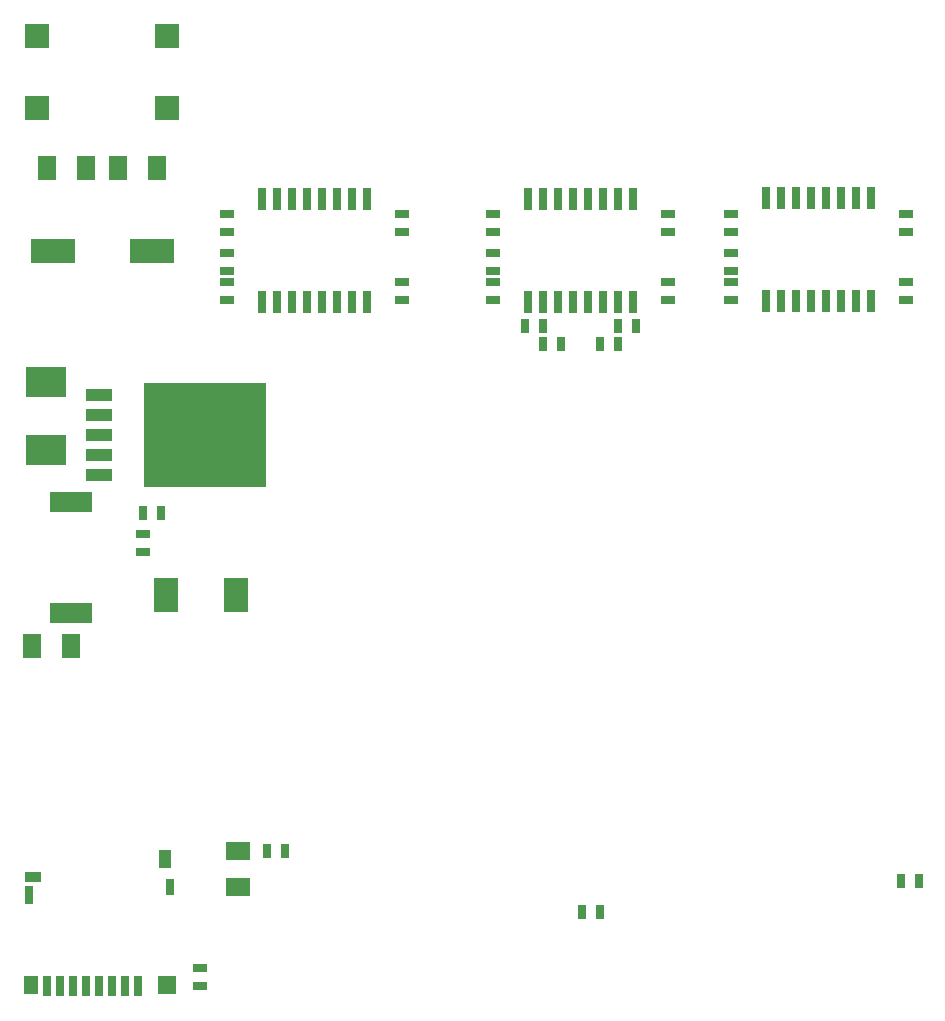
<source format=gtp>
G04 (created by PCBNEW (2013-mar-13)-stable) date Thu 11 Jun 2015 06:02:21 PM CEST*
%MOIN*%
G04 Gerber Fmt 3.4, Leading zero omitted, Abs format*
%FSLAX34Y34*%
G01*
G70*
G90*
G04 APERTURE LIST*
%ADD10C,0.005906*%
%ADD11R,0.060000X0.080000*%
%ADD12R,0.149606X0.080000*%
%ADD13R,0.137800X0.098400*%
%ADD14R,0.140200X0.070100*%
%ADD15R,0.045000X0.025000*%
%ADD16R,0.025000X0.045000*%
%ADD17R,0.090000X0.042000*%
%ADD18R,0.409800X0.350000*%
%ADD19R,0.031500X0.074800*%
%ADD20R,0.078740X0.118110*%
%ADD21R,0.027559X0.068898*%
%ADD22R,0.059055X0.059055*%
%ADD23R,0.051181X0.059055*%
%ADD24R,0.031496X0.059055*%
%ADD25R,0.031496X0.055118*%
%ADD26R,0.058071X0.035433*%
%ADD27R,0.039370X0.061024*%
%ADD28R,0.078740X0.078740*%
%ADD29R,0.078700X0.062992*%
G04 APERTURE END LIST*
G54D10*
G54D11*
X41988Y-26048D03*
X40688Y-26048D03*
X43050Y-26046D03*
X44350Y-26046D03*
G54D12*
X40866Y-28812D03*
X44173Y-28812D03*
G54D11*
X41460Y-41994D03*
X40160Y-41994D03*
G54D13*
X40638Y-33180D03*
X40638Y-35444D03*
G54D14*
X41462Y-37176D03*
X41462Y-40876D03*
G54D15*
X43876Y-38870D03*
X43876Y-38270D03*
G54D16*
X43876Y-37554D03*
X44476Y-37554D03*
G54D17*
X42401Y-34966D03*
X42401Y-35635D03*
X42401Y-36305D03*
X42401Y-34297D03*
X42401Y-33627D03*
G54D18*
X45940Y-34966D03*
G54D19*
X49356Y-30536D03*
X49856Y-30536D03*
X50356Y-30536D03*
X48856Y-30536D03*
X50856Y-30536D03*
X48356Y-30536D03*
X47856Y-30536D03*
X51356Y-30536D03*
X47856Y-27088D03*
X51356Y-27088D03*
X50856Y-27088D03*
X50356Y-27088D03*
X49856Y-27088D03*
X49356Y-27088D03*
X48856Y-27088D03*
X48356Y-27088D03*
G54D15*
X46690Y-29858D03*
X46690Y-30458D03*
X52522Y-29858D03*
X52522Y-30458D03*
X46690Y-28882D03*
X46690Y-29482D03*
X52522Y-27576D03*
X52522Y-28176D03*
X46690Y-28176D03*
X46690Y-27576D03*
G54D19*
X58214Y-30536D03*
X58714Y-30536D03*
X59214Y-30536D03*
X57714Y-30536D03*
X59714Y-30536D03*
X57214Y-30536D03*
X56714Y-30536D03*
X60214Y-30536D03*
X56714Y-27088D03*
X60214Y-27088D03*
X59714Y-27088D03*
X59214Y-27088D03*
X58714Y-27088D03*
X58214Y-27088D03*
X57714Y-27088D03*
X57214Y-27088D03*
X66140Y-30494D03*
X66640Y-30494D03*
X67140Y-30494D03*
X65640Y-30494D03*
X67640Y-30494D03*
X65140Y-30494D03*
X64640Y-30494D03*
X68140Y-30494D03*
X64640Y-27046D03*
X68140Y-27046D03*
X67640Y-27046D03*
X67140Y-27046D03*
X66640Y-27046D03*
X66140Y-27046D03*
X65640Y-27046D03*
X65140Y-27046D03*
G54D15*
X55548Y-29858D03*
X55548Y-30458D03*
X61380Y-29858D03*
X61380Y-30458D03*
X63474Y-29858D03*
X63474Y-30458D03*
X69306Y-29858D03*
X69306Y-30458D03*
G54D20*
X44628Y-40290D03*
X46991Y-40290D03*
G54D15*
X61380Y-27576D03*
X61380Y-28176D03*
X55548Y-28176D03*
X55548Y-27576D03*
X69306Y-27576D03*
X69306Y-28176D03*
X63474Y-28176D03*
X63474Y-27576D03*
X55548Y-28882D03*
X55548Y-29482D03*
X63474Y-28882D03*
X63474Y-29482D03*
G54D16*
X57214Y-31326D03*
X56614Y-31326D03*
X57814Y-31930D03*
X57214Y-31930D03*
X59715Y-31930D03*
X59115Y-31930D03*
X60315Y-31326D03*
X59715Y-31326D03*
G54D21*
X43699Y-53336D03*
X43266Y-53336D03*
X42833Y-53336D03*
X42400Y-53336D03*
X41967Y-53336D03*
X41534Y-53336D03*
X41101Y-53336D03*
X40668Y-53336D03*
G54D22*
X44664Y-53287D03*
G54D23*
X40156Y-53287D03*
G54D24*
X40087Y-50294D03*
G54D25*
X44792Y-50039D03*
G54D26*
X40220Y-49704D03*
G54D27*
X44595Y-49084D03*
G54D28*
X44685Y-21653D03*
X40354Y-21653D03*
X44685Y-24074D03*
X40354Y-24074D03*
G54D15*
X45773Y-53332D03*
X45773Y-52732D03*
G54D16*
X69755Y-49836D03*
X69155Y-49836D03*
X48012Y-48840D03*
X48612Y-48840D03*
G54D29*
X47037Y-48840D03*
X47037Y-50021D03*
G54D16*
X58496Y-50868D03*
X59096Y-50868D03*
M02*

</source>
